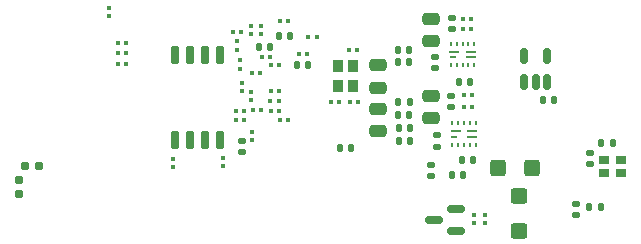
<source format=gbr>
%TF.GenerationSoftware,KiCad,Pcbnew,8.0.6*%
%TF.CreationDate,2024-11-21T12:08:54-08:00*%
%TF.ProjectId,SYNC-VT,53594e43-2d56-4542-9e6b-696361645f70,rev?*%
%TF.SameCoordinates,Original*%
%TF.FileFunction,Paste,Bot*%
%TF.FilePolarity,Positive*%
%FSLAX46Y46*%
G04 Gerber Fmt 4.6, Leading zero omitted, Abs format (unit mm)*
G04 Created by KiCad (PCBNEW 8.0.6) date 2024-11-21 12:08:54*
%MOMM*%
%LPD*%
G01*
G04 APERTURE LIST*
G04 Aperture macros list*
%AMRoundRect*
0 Rectangle with rounded corners*
0 $1 Rounding radius*
0 $2 $3 $4 $5 $6 $7 $8 $9 X,Y pos of 4 corners*
0 Add a 4 corners polygon primitive as box body*
4,1,4,$2,$3,$4,$5,$6,$7,$8,$9,$2,$3,0*
0 Add four circle primitives for the rounded corners*
1,1,$1+$1,$2,$3*
1,1,$1+$1,$4,$5*
1,1,$1+$1,$6,$7*
1,1,$1+$1,$8,$9*
0 Add four rect primitives between the rounded corners*
20,1,$1+$1,$2,$3,$4,$5,0*
20,1,$1+$1,$4,$5,$6,$7,0*
20,1,$1+$1,$6,$7,$8,$9,0*
20,1,$1+$1,$8,$9,$2,$3,0*%
G04 Aperture macros list end*
%ADD10RoundRect,0.079500X0.079500X0.100500X-0.079500X0.100500X-0.079500X-0.100500X0.079500X-0.100500X0*%
%ADD11RoundRect,0.140000X0.140000X0.170000X-0.140000X0.170000X-0.140000X-0.170000X0.140000X-0.170000X0*%
%ADD12RoundRect,0.160000X0.160000X-0.197500X0.160000X0.197500X-0.160000X0.197500X-0.160000X-0.197500X0*%
%ADD13RoundRect,0.079500X-0.100500X0.079500X-0.100500X-0.079500X0.100500X-0.079500X0.100500X0.079500X0*%
%ADD14RoundRect,0.250000X-0.475000X0.250000X-0.475000X-0.250000X0.475000X-0.250000X0.475000X0.250000X0*%
%ADD15RoundRect,0.079500X-0.079500X-0.100500X0.079500X-0.100500X0.079500X0.100500X-0.079500X0.100500X0*%
%ADD16RoundRect,0.079500X0.100500X-0.079500X0.100500X0.079500X-0.100500X0.079500X-0.100500X-0.079500X0*%
%ADD17RoundRect,0.160000X-0.197500X-0.160000X0.197500X-0.160000X0.197500X0.160000X-0.197500X0.160000X0*%
%ADD18RoundRect,0.140000X-0.140000X-0.170000X0.140000X-0.170000X0.140000X0.170000X-0.140000X0.170000X0*%
%ADD19RoundRect,0.250000X-0.450000X0.400000X-0.450000X-0.400000X0.450000X-0.400000X0.450000X0.400000X0*%
%ADD20RoundRect,0.150000X-0.150000X0.650000X-0.150000X-0.650000X0.150000X-0.650000X0.150000X0.650000X0*%
%ADD21RoundRect,0.147500X0.147500X0.172500X-0.147500X0.172500X-0.147500X-0.172500X0.147500X-0.172500X0*%
%ADD22R,0.600000X0.250000*%
%ADD23R,0.900000X0.250000*%
%ADD24R,0.250000X0.450000*%
%ADD25R,0.900000X1.100000*%
%ADD26RoundRect,0.250000X0.475000X-0.250000X0.475000X0.250000X-0.475000X0.250000X-0.475000X-0.250000X0*%
%ADD27RoundRect,0.140000X-0.170000X0.140000X-0.170000X-0.140000X0.170000X-0.140000X0.170000X0.140000X0*%
%ADD28RoundRect,0.140000X0.170000X-0.140000X0.170000X0.140000X-0.170000X0.140000X-0.170000X-0.140000X0*%
%ADD29RoundRect,0.147500X-0.172500X0.147500X-0.172500X-0.147500X0.172500X-0.147500X0.172500X0.147500X0*%
%ADD30RoundRect,0.150000X0.587500X0.150000X-0.587500X0.150000X-0.587500X-0.150000X0.587500X-0.150000X0*%
%ADD31RoundRect,0.150000X0.150000X-0.512500X0.150000X0.512500X-0.150000X0.512500X-0.150000X-0.512500X0*%
%ADD32RoundRect,0.250000X0.400000X0.450000X-0.400000X0.450000X-0.400000X-0.450000X0.400000X-0.450000X0*%
%ADD33R,0.900000X0.800000*%
G04 APERTURE END LIST*
D10*
%TO.C,C11*%
X127680002Y-49770000D03*
X126990002Y-49770000D03*
%TD*%
D11*
%TO.C,R26*%
X122410002Y-51420000D03*
X121450002Y-51420000D03*
%TD*%
D12*
%TO.C,R33*%
X89360000Y-58127500D03*
X89360000Y-56932500D03*
%TD*%
D13*
%TO.C,R11*%
X107830000Y-45205000D03*
X107830000Y-45895000D03*
%TD*%
D14*
%TO.C,C9*%
X124210002Y-43289998D03*
X124210002Y-45189998D03*
%TD*%
D11*
%TO.C,R6*%
X127810001Y-55285001D03*
X126850001Y-55285001D03*
%TD*%
D13*
%TO.C,C32*%
X96940000Y-42360000D03*
X96940000Y-43050000D03*
%TD*%
%TO.C,FB1*%
X108050000Y-46825000D03*
X108050000Y-47515000D03*
%TD*%
D15*
%TO.C,R12*%
X107725000Y-51080000D03*
X108415000Y-51080000D03*
%TD*%
%TO.C,R14*%
X107445000Y-44380000D03*
X108135000Y-44380000D03*
%TD*%
D16*
%TO.C,C7*%
X127850000Y-60605000D03*
X127850000Y-59915000D03*
%TD*%
D17*
%TO.C,R34*%
X89850000Y-55790000D03*
X91045000Y-55790000D03*
%TD*%
D11*
%TO.C,R18*%
X110620000Y-45670000D03*
X109660000Y-45670000D03*
%TD*%
D18*
%TO.C,R23*%
X116500002Y-54200000D03*
X117460002Y-54200000D03*
%TD*%
D15*
%TO.C,C25*%
X113865000Y-44800000D03*
X114555000Y-44800000D03*
%TD*%
D19*
%TO.C,SS2FH10HM3/H2*%
X131700000Y-58320000D03*
X131700000Y-61220000D03*
%TD*%
D16*
%TO.C,R13*%
X109070000Y-53565000D03*
X109070000Y-52875000D03*
%TD*%
D11*
%TO.C,R19*%
X112290000Y-44730000D03*
X111330000Y-44730000D03*
%TD*%
%TO.C,C4*%
X139620000Y-53850000D03*
X138660000Y-53850000D03*
%TD*%
D18*
%TO.C,C1*%
X121460002Y-50340000D03*
X122420002Y-50340000D03*
%TD*%
D20*
%TO.C,U5*%
X102585000Y-46370000D03*
X103855000Y-46370000D03*
X105125000Y-46370000D03*
X106395000Y-46370000D03*
X106395000Y-53570000D03*
X105125000Y-53570000D03*
X103855000Y-53570000D03*
X102585000Y-53570000D03*
%TD*%
D10*
%TO.C,C5*%
X127665002Y-43300000D03*
X126975002Y-43300000D03*
%TD*%
D21*
%TO.C,D2*%
X113835000Y-47240000D03*
X112865000Y-47240000D03*
%TD*%
D16*
%TO.C,R17*%
X108980000Y-44575000D03*
X108980000Y-43885000D03*
%TD*%
D11*
%TO.C,R27*%
X122410002Y-46990000D03*
X121450002Y-46990000D03*
%TD*%
%TO.C,R25*%
X122460002Y-52530000D03*
X121500002Y-52530000D03*
%TD*%
D14*
%TO.C,C19*%
X119770002Y-47220000D03*
X119770002Y-49120000D03*
%TD*%
D15*
%TO.C,R1*%
X126945002Y-44180000D03*
X127635002Y-44180000D03*
%TD*%
D14*
%TO.C,C12*%
X124240000Y-49800000D03*
X124240000Y-51700000D03*
%TD*%
D13*
%TO.C,C16*%
X106590000Y-55060000D03*
X106590000Y-55750000D03*
%TD*%
D22*
%TO.C,U2*%
X126200000Y-53310000D03*
D23*
X126350000Y-52810000D03*
D24*
X126050000Y-52135001D03*
X126550002Y-52135001D03*
X127050001Y-52135001D03*
X127550000Y-52135001D03*
X128050002Y-52135001D03*
D23*
X127750002Y-52810000D03*
X127750002Y-53310000D03*
D24*
X128050002Y-53984999D03*
X127550000Y-53984999D03*
X127050001Y-53984999D03*
X126550002Y-53984999D03*
X126050000Y-53984999D03*
%TD*%
D25*
%TO.C,X1*%
X117660002Y-47260000D03*
X117660002Y-48960000D03*
X116360002Y-48960000D03*
X116360002Y-47260000D03*
%TD*%
D11*
%TO.C,R24*%
X122460002Y-53630000D03*
X121500002Y-53630000D03*
%TD*%
D10*
%TO.C,C29*%
X98420000Y-45350000D03*
X97730000Y-45350000D03*
%TD*%
D13*
%TO.C,C26*%
X102360018Y-55135018D03*
X102360018Y-55825018D03*
%TD*%
D10*
%TO.C,C17*%
X108415000Y-51840000D03*
X107725000Y-51840000D03*
%TD*%
%TO.C,R15*%
X112115000Y-43460000D03*
X111425000Y-43460000D03*
%TD*%
D26*
%TO.C,C13*%
X119770002Y-52800000D03*
X119770002Y-50900000D03*
%TD*%
D27*
%TO.C,C6*%
X137680000Y-54650000D03*
X137680000Y-55610000D03*
%TD*%
D10*
%TO.C,R22*%
X113735000Y-46260000D03*
X113045000Y-46260000D03*
%TD*%
D15*
%TO.C,R20*%
X109925000Y-46510000D03*
X110615000Y-46510000D03*
%TD*%
%TO.C,C18*%
X109095000Y-47870000D03*
X109785000Y-47870000D03*
%TD*%
D10*
%TO.C,C24*%
X109885000Y-51050000D03*
X109195000Y-51050000D03*
%TD*%
D28*
%TO.C,C8*%
X124740002Y-54130000D03*
X124740002Y-53170000D03*
%TD*%
D13*
%TO.C,FB2*%
X109010000Y-49495000D03*
X109010000Y-50185000D03*
%TD*%
D10*
%TO.C,C30*%
X98430000Y-46230000D03*
X97740000Y-46230000D03*
%TD*%
%TO.C,C22*%
X111335000Y-50250000D03*
X110645000Y-50250000D03*
%TD*%
D11*
%TO.C,R39*%
X134670000Y-50210000D03*
X133710000Y-50210000D03*
%TD*%
%TO.C,R4*%
X127560002Y-48650000D03*
X126600002Y-48650000D03*
%TD*%
D10*
%TO.C,C31*%
X98410000Y-47150000D03*
X97720000Y-47150000D03*
%TD*%
D11*
%TO.C,R28*%
X122400002Y-45900000D03*
X121440002Y-45900000D03*
%TD*%
D28*
%TO.C,R2*%
X125990002Y-44170000D03*
X125990002Y-43210000D03*
%TD*%
D18*
%TO.C,R38*%
X126010000Y-56480000D03*
X126970000Y-56480000D03*
%TD*%
D15*
%TO.C,C15*%
X110650000Y-49440000D03*
X111340000Y-49440000D03*
%TD*%
D10*
%TO.C,FB3*%
X117980002Y-45910000D03*
X117290002Y-45910000D03*
%TD*%
D16*
%TO.C,C28*%
X128800000Y-60565000D03*
X128800000Y-59875000D03*
%TD*%
D15*
%TO.C,R3*%
X126990001Y-50795001D03*
X127680001Y-50795001D03*
%TD*%
D10*
%TO.C,C20*%
X111355000Y-47240000D03*
X110665000Y-47240000D03*
%TD*%
D27*
%TO.C,R37*%
X124250000Y-55650000D03*
X124250000Y-56610000D03*
%TD*%
D15*
%TO.C,R21*%
X115775000Y-50320000D03*
X116465000Y-50320000D03*
%TD*%
D29*
%TO.C,D1*%
X108200000Y-53635000D03*
X108200000Y-54605000D03*
%TD*%
D30*
%TO.C,U9*%
X126337500Y-59365000D03*
X126337500Y-61265000D03*
X124462500Y-60315000D03*
%TD*%
D15*
%TO.C,C14*%
X110715000Y-51060000D03*
X111405000Y-51060000D03*
%TD*%
D13*
%TO.C,C23*%
X108220000Y-48705000D03*
X108220000Y-49395000D03*
%TD*%
D15*
%TO.C,C27*%
X117385002Y-50300000D03*
X118075002Y-50300000D03*
%TD*%
D18*
%TO.C,R36*%
X137650000Y-59240000D03*
X138610000Y-59240000D03*
%TD*%
D16*
%TO.C,R16*%
X109810000Y-44580000D03*
X109810000Y-43890000D03*
%TD*%
D28*
%TO.C,C10*%
X124560002Y-47460000D03*
X124560002Y-46500000D03*
%TD*%
D15*
%TO.C,C21*%
X111425000Y-51860000D03*
X112115000Y-51860000D03*
%TD*%
D22*
%TO.C,U1*%
X126060002Y-46564999D03*
D23*
X126210002Y-46064999D03*
D24*
X125910002Y-45390000D03*
X126410004Y-45390000D03*
X126910003Y-45390000D03*
X127410002Y-45390000D03*
X127910004Y-45390000D03*
D23*
X127610004Y-46064999D03*
X127610004Y-46564999D03*
D24*
X127910004Y-47239998D03*
X127410002Y-47239998D03*
X126910003Y-47239998D03*
X126410004Y-47239998D03*
X125910002Y-47239998D03*
%TD*%
D31*
%TO.C,U10*%
X134042500Y-48687500D03*
X133092500Y-48687500D03*
X132142500Y-48687500D03*
X132142500Y-46412500D03*
X134042500Y-46412500D03*
%TD*%
D28*
%TO.C,R35*%
X136530000Y-59900000D03*
X136530000Y-58940000D03*
%TD*%
%TO.C,R5*%
X125940002Y-50800000D03*
X125940002Y-49840000D03*
%TD*%
D32*
%TO.C,SS2FH10HM3/H1*%
X132790000Y-55940000D03*
X129890000Y-55940000D03*
%TD*%
D33*
%TO.C,Y1*%
X140310000Y-56340000D03*
X138910000Y-56340000D03*
X138910000Y-55240000D03*
X140310000Y-55240000D03*
%TD*%
M02*

</source>
